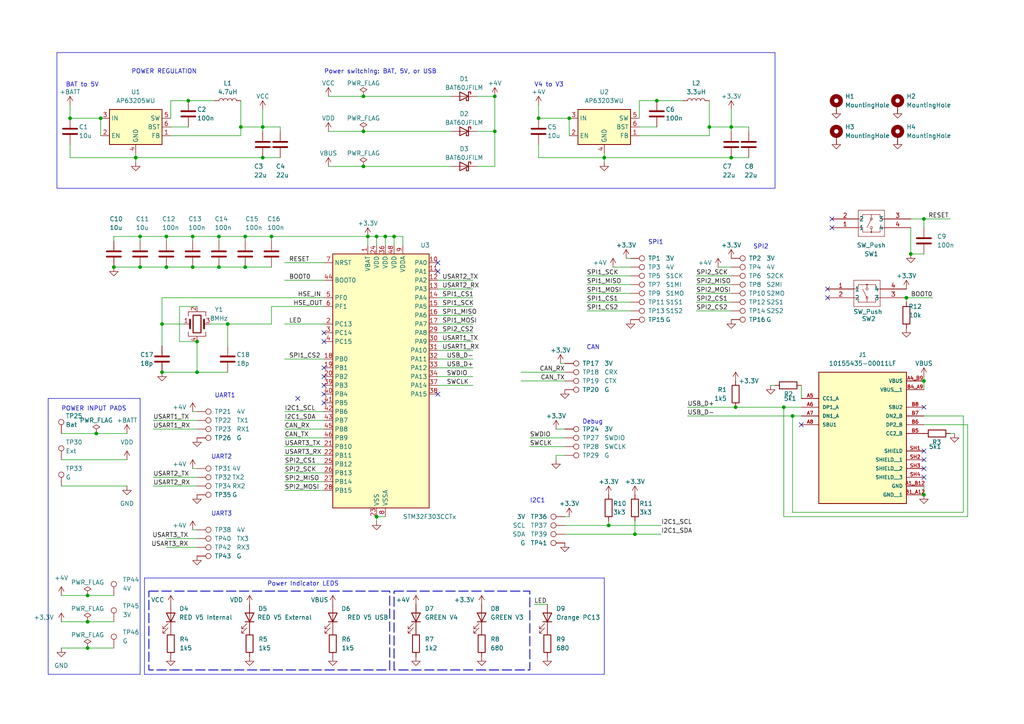
<source format=kicad_sch>
(kicad_sch (version 20231120) (generator "eeschema") (generator_version "8.0")
  (paper "A4")
  (title_block (title "STM32F103 IO controller") (date "2024-02-16") (rev "0.1") (company "Spyglass"))
  (junction (at 109.22 149.86))
  (junction (at 40.64 68.58))
  (junction (at 109.22 68.58))
  (junction (at 33.02 77.47))
  (junction (at 184.15 154.94))
  (junction (at 71.12 77.47))
  (junction (at 46.99 107.95))
  (junction (at 46.99 93.98))
  (junction (at 190.5 29.21))
  (junction (at 267.97 143.51))
  (junction (at 57.15 107.95))
  (junction (at 262.89 86.36))
  (junction (at 212.09 36.83))
  (junction (at 54.61 29.21))
  (junction (at 165.1 34.29))
  (junction (at 227.33 118.11))
  (junction (at 212.09 45.72))
  (junction (at 48.26 77.47))
  (junction (at 76.2 36.83))
  (junction (at 267.97 110.49))
  (junction (at 55.88 68.58))
  (junction (at 29.21 34.29))
  (junction (at 105.41 38.1))
  (junction (at 57.15 99.06))
  (junction (at 39.37 45.72))
  (junction (at 25.4 187.96))
  (junction (at 105.41 48.26))
  (junction (at 48.26 68.58))
  (junction (at 229.87 120.65))
  (junction (at 156.21 34.29))
  (junction (at 175.26 45.72))
  (junction (at 176.53 152.4))
  (junction (at 20.32 34.29))
  (junction (at 106.68 68.58))
  (junction (at 71.12 68.58))
  (junction (at 40.64 77.47))
  (junction (at 25.4 180.34))
  (junction (at 105.41 27.94))
  (junction (at 69.85 36.83))
  (junction (at 55.88 77.47))
  (junction (at 114.3 68.58))
  (junction (at 63.5 77.47))
  (junction (at 63.5 68.58))
  (junction (at 213.36 118.11))
  (junction (at 76.2 45.72))
  (junction (at 143.51 27.94))
  (junction (at 27.94 125.73))
  (junction (at 78.74 68.58))
  (junction (at 205.74 36.83))
  (junction (at 66.04 93.98))
  (junction (at 267.97 63.5))
  (junction (at 143.51 38.1))
  (junction (at 111.76 68.58))
  (junction (at 264.16 73.66))
  (junction (at 25.4 172.72))
  (no_connect (at 93.98 106.68))
  (no_connect (at 232.41 123.19))
  (no_connect (at 267.97 135.89))
  (no_connect (at 241.3 66.04))
  (no_connect (at 127 114.3))
  (no_connect (at 86.36 115.57))
  (no_connect (at 127 76.2))
  (no_connect (at 93.98 114.3))
  (no_connect (at 93.98 96.52))
  (no_connect (at 127 78.74))
  (no_connect (at 241.3 63.5))
  (no_connect (at 240.03 83.82))
  (no_connect (at 93.98 99.06))
  (no_connect (at 267.97 118.11))
  (no_connect (at 93.98 111.76))
  (no_connect (at 93.98 116.84))
  (no_connect (at 240.03 86.36))
  (no_connect (at 267.97 138.43))
  (no_connect (at 267.97 133.35))
  (no_connect (at 267.97 130.81))
  (no_connect (at 93.98 109.22))
  (wire (pts (xy 185.42 34.29) (xy 185.42 29.21)))
  (wire (pts (xy 276.86 125.73) (xy 275.59 125.73)))
  (wire (pts (xy 78.74 93.98) (xy 66.04 93.98)))
  (wire (pts (xy 127 101.6) (xy 137.16 101.6)))
  (wire (pts (xy 227.33 118.11) (xy 227.33 149.86)))
  (wire (pts (xy 212.09 31.75) (xy 212.09 36.83)))
  (wire (pts (xy 279.4 120.65) (xy 267.97 120.65)))
  (wire (pts (xy 78.74 68.58) (xy 106.68 68.58)))
  (wire (pts (xy 232.41 111.76) (xy 232.41 115.57)))
  (wire (pts (xy 106.68 68.58) (xy 106.68 71.12)))
  (wire (pts (xy 78.74 68.58) (xy 78.74 69.85)))
  (wire (pts (xy 227.33 149.86) (xy 280.67 149.86)))
  (wire (pts (xy 260.35 31.75) (xy 260.35 33.02)))
  (wire (pts (xy 264.16 66.04) (xy 264.16 73.66)))
  (wire (pts (xy 55.88 68.58) (xy 63.5 68.58)))
  (wire (pts (xy 260.35 40.64) (xy 260.35 41.91)))
  (wire (pts (xy 48.26 158.75) (xy 57.15 158.75)))
  (wire (pts (xy 78.74 88.9) (xy 93.98 88.9)))
  (wire (pts (xy 52.07 88.9) (xy 52.07 99.06)))
  (wire (pts (xy 105.41 38.1) (xy 130.81 38.1)))
  (wire (pts (xy 201.93 82.55) (xy 212.09 82.55)))
  (polyline (pts (xy 41.91 167.64) (xy 41.91 195.58)))
  (wire (pts (xy 17.78 140.97) (xy 36.83 140.97)))
  (wire (pts (xy 267.97 140.97) (xy 267.97 143.51)))
  (wire (pts (xy 163.83 124.46) (xy 161.29 124.46)))
  (wire (pts (xy 156.21 34.29) (xy 165.1 34.29)))
  (wire (pts (xy 175.26 45.72) (xy 175.26 44.45)))
  (wire (pts (xy 71.12 77.47) (xy 78.74 77.47)))
  (wire (pts (xy 82.55 142.24) (xy 93.98 142.24)))
  (wire (pts (xy 82.55 104.14) (xy 93.98 104.14)))
  (wire (pts (xy 76.2 36.83) (xy 76.2 38.1)))
  (wire (pts (xy 55.88 68.58) (xy 55.88 69.85)))
  (wire (pts (xy 162.56 105.41) (xy 163.83 105.41)))
  (wire (pts (xy 66.04 93.98) (xy 60.96 93.98)))
  (wire (pts (xy 127 99.06) (xy 137.16 99.06)))
  (wire (pts (xy 95.25 27.94) (xy 105.41 27.94)))
  (wire (pts (xy 184.15 151.13) (xy 184.15 154.94)))
  (wire (pts (xy 82.55 127) (xy 93.98 127)))
  (wire (pts (xy 69.85 29.21) (xy 69.85 36.83)))
  (wire (pts (xy 82.55 129.54) (xy 93.98 129.54)))
  (wire (pts (xy 63.5 77.47) (xy 71.12 77.47)))
  (wire (pts (xy 82.55 124.46) (xy 93.98 124.46)))
  (wire (pts (xy 264.16 63.5) (xy 267.97 63.5)))
  (wire (pts (xy 280.67 123.19) (xy 267.97 123.19)))
  (wire (pts (xy 17.78 172.72) (xy 25.4 172.72)))
  (wire (pts (xy 143.51 27.94) (xy 143.51 38.1)))
  (wire (pts (xy 170.18 82.55) (xy 182.88 82.55)))
  (wire (pts (xy 57.15 99.06) (xy 57.15 107.95)))
  (wire (pts (xy 170.18 87.63) (xy 182.88 87.63)))
  (wire (pts (xy 44.45 138.43) (xy 57.15 138.43)))
  (wire (pts (xy 201.93 87.63) (xy 212.09 87.63)))
  (wire (pts (xy 82.55 134.62) (xy 93.98 134.62)))
  (wire (pts (xy 191.77 154.94) (xy 184.15 154.94)))
  (wire (pts (xy 114.3 68.58) (xy 111.76 68.58)))
  (wire (pts (xy 82.55 93.98) (xy 93.98 93.98)))
  (wire (pts (xy 106.68 68.58) (xy 109.22 68.58)))
  (wire (pts (xy 205.74 29.21) (xy 205.74 36.83)))
  (wire (pts (xy 185.42 39.37) (xy 205.74 39.37)))
  (wire (pts (xy 76.2 31.75) (xy 76.2 36.83)))
  (wire (pts (xy 57.15 99.06) (xy 52.07 99.06)))
  (wire (pts (xy 20.32 34.29) (xy 29.21 34.29)))
  (wire (pts (xy 190.5 29.21) (xy 198.12 29.21)))
  (polyline (pts (xy 40.64 115.57) (xy 40.64 195.58)))
  (wire (pts (xy 57.15 107.95) (xy 66.04 107.95)))
  (wire (pts (xy 137.16 86.36) (xy 127 86.36)))
  (wire (pts (xy 201.93 85.09) (xy 212.09 85.09)))
  (wire (pts (xy 127 93.98) (xy 137.16 93.98)))
  (wire (pts (xy 69.85 36.83) (xy 76.2 36.83)))
  (wire (pts (xy 156.21 45.72) (xy 175.26 45.72)))
  (wire (pts (xy 76.2 45.72) (xy 81.28 45.72)))
  (wire (pts (xy 176.53 151.13) (xy 176.53 152.4)))
  (wire (pts (xy 109.22 68.58) (xy 111.76 68.58)))
  (wire (pts (xy 29.21 34.29) (xy 29.21 39.37)))
  (polyline (pts (xy 13.97 115.57) (xy 40.64 115.57)))
  (wire (pts (xy 71.12 68.58) (xy 71.12 69.85)))
  (wire (pts (xy 49.53 36.83) (xy 54.61 36.83)))
  (wire (pts (xy 229.87 148.59) (xy 279.4 148.59)))
  (wire (pts (xy 46.99 93.98) (xy 53.34 93.98)))
  (wire (pts (xy 82.55 76.2) (xy 93.98 76.2)))
  (wire (pts (xy 170.18 80.01) (xy 182.88 80.01)))
  (wire (pts (xy 39.37 45.72) (xy 76.2 45.72)))
  (wire (pts (xy 232.41 120.65) (xy 229.87 120.65)))
  (wire (pts (xy 201.93 80.01) (xy 212.09 80.01)))
  (wire (pts (xy 82.55 137.16) (xy 93.98 137.16)))
  (wire (pts (xy 63.5 68.58) (xy 63.5 69.85)))
  (wire (pts (xy 232.41 118.11) (xy 227.33 118.11)))
  (wire (pts (xy 48.26 77.47) (xy 55.88 77.47)))
  (wire (pts (xy 170.18 90.17) (xy 182.88 90.17)))
  (wire (pts (xy 82.55 121.92) (xy 93.98 121.92)))
  (wire (pts (xy 153.67 129.54) (xy 163.83 129.54)))
  (wire (pts (xy 212.09 36.83) (xy 217.17 36.83)))
  (wire (pts (xy 156.21 30.48) (xy 156.21 34.29)))
  (wire (pts (xy 163.83 110.49) (xy 151.13 110.49)))
  (wire (pts (xy 17.78 133.35) (xy 36.83 133.35)))
  (wire (pts (xy 175.26 45.72) (xy 212.09 45.72)))
  (wire (pts (xy 201.93 90.17) (xy 212.09 90.17)))
  (wire (pts (xy 25.4 187.96) (xy 33.02 187.96)))
  (wire (pts (xy 137.16 109.22) (xy 127 109.22)))
  (wire (pts (xy 40.64 68.58) (xy 48.26 68.58)))
  (wire (pts (xy 267.97 63.5) (xy 267.97 66.04)))
  (wire (pts (xy 95.25 38.1) (xy 105.41 38.1)))
  (wire (pts (xy 208.28 77.47) (xy 212.09 77.47)))
  (wire (pts (xy 242.57 33.02) (xy 242.57 31.75)))
  (wire (pts (xy 55.88 119.38) (xy 57.15 119.38)))
  (wire (pts (xy 25.4 172.72) (xy 33.02 172.72)))
  (wire (pts (xy 262.89 86.36) (xy 270.51 86.36)))
  (wire (pts (xy 48.26 69.85) (xy 48.26 68.58)))
  (polyline (pts (xy 13.97 115.57) (xy 13.97 195.58)))
  (wire (pts (xy 127 88.9) (xy 137.16 88.9)))
  (wire (pts (xy 127 81.28) (xy 137.16 81.28)))
  (wire (pts (xy 82.55 132.08) (xy 93.98 132.08)))
  (wire (pts (xy 212.09 36.83) (xy 212.09 38.1)))
  (wire (pts (xy 153.67 127) (xy 163.83 127)))
  (wire (pts (xy 81.28 36.83) (xy 81.28 38.1)))
  (wire (pts (xy 55.88 153.67) (xy 57.15 153.67)))
  (wire (pts (xy 177.8 77.47) (xy 182.88 77.47)))
  (wire (pts (xy 267.97 109.22) (xy 267.97 110.49)))
  (wire (pts (xy 138.43 48.26) (xy 143.51 48.26)))
  (wire (pts (xy 44.45 121.92) (xy 57.15 121.92)))
  (wire (pts (xy 199.39 118.11) (xy 213.36 118.11)))
  (wire (pts (xy 82.55 119.38) (xy 93.98 119.38)))
  (wire (pts (xy 138.43 27.94) (xy 143.51 27.94)))
  (wire (pts (xy 264.16 73.66) (xy 267.97 73.66)))
  (wire (pts (xy 175.26 45.72) (xy 175.26 46.99)))
  (wire (pts (xy 116.84 68.58) (xy 116.84 71.12)))
  (wire (pts (xy 191.77 152.4) (xy 176.53 152.4)))
  (wire (pts (xy 181.61 74.93) (xy 182.88 74.93)))
  (wire (pts (xy 109.22 149.86) (xy 109.22 151.13)))
  (wire (pts (xy 33.02 68.58) (xy 33.02 69.85)))
  (wire (pts (xy 33.02 68.58) (xy 40.64 68.58)))
  (wire (pts (xy 49.53 29.21) (xy 54.61 29.21)))
  (wire (pts (xy 127 83.82) (xy 137.16 83.82)))
  (wire (pts (xy 127 106.68) (xy 137.16 106.68)))
  (wire (pts (xy 46.99 86.36) (xy 46.99 93.98)))
  (wire (pts (xy 170.18 85.09) (xy 182.88 85.09)))
  (wire (pts (xy 109.22 149.86) (xy 111.76 149.86)))
  (wire (pts (xy 213.36 118.11) (xy 227.33 118.11)))
  (polyline (pts (xy 40.64 195.58) (xy 13.97 195.58)))
  (wire (pts (xy 25.4 180.34) (xy 33.02 180.34)))
  (wire (pts (xy 163.83 107.95) (xy 151.13 107.95)))
  (wire (pts (xy 138.43 38.1) (xy 143.51 38.1)))
  (wire (pts (xy 17.78 125.73) (xy 27.94 125.73)))
  (wire (pts (xy 20.32 45.72) (xy 39.37 45.72)))
  (wire (pts (xy 57.15 88.9) (xy 52.07 88.9)))
  (wire (pts (xy 212.09 45.72) (xy 217.17 45.72)))
  (polyline (pts (xy 175.26 167.64) (xy 41.91 167.64)))
  (wire (pts (xy 279.4 120.65) (xy 279.4 148.59)))
  (wire (pts (xy 44.45 124.46) (xy 57.15 124.46)))
  (wire (pts (xy 33.02 77.47) (xy 40.64 77.47)))
  (wire (pts (xy 39.37 45.72) (xy 39.37 46.99)))
  (wire (pts (xy 48.26 68.58) (xy 55.88 68.58)))
  (wire (pts (xy 76.2 36.83) (xy 81.28 36.83)))
  (wire (pts (xy 267.97 63.5) (xy 275.59 63.5)))
  (wire (pts (xy 63.5 68.58) (xy 71.12 68.58)))
  (wire (pts (xy 71.12 68.58) (xy 78.74 68.58)))
  (wire (pts (xy 127 96.52) (xy 137.16 96.52)))
  (wire (pts (xy 46.99 107.95) (xy 57.15 107.95)))
  (wire (pts (xy 143.51 38.1) (xy 143.51 48.26)))
  (wire (pts (xy 205.74 39.37) (xy 205.74 36.83)))
  (wire (pts (xy 69.85 39.37) (xy 69.85 36.83)))
  (wire (pts (xy 156.21 41.91) (xy 156.21 45.72)))
  (wire (pts (xy 262.89 86.36) (xy 262.89 87.63)))
  (wire (pts (xy 44.45 140.97) (xy 57.15 140.97)))
  (wire (pts (xy 95.25 48.26) (xy 105.41 48.26)))
  (wire (pts (xy 165.1 34.29) (xy 165.1 39.37)))
  (wire (pts (xy 114.3 68.58) (xy 114.3 71.12)))
  (wire (pts (xy 48.26 156.21) (xy 57.15 156.21)))
  (wire (pts (xy 82.55 139.7) (xy 93.98 139.7)))
  (wire (pts (xy 55.88 77.47) (xy 63.5 77.47)))
  (wire (pts (xy 17.78 180.34) (xy 25.4 180.34)))
  (wire (pts (xy 49.53 34.29) (xy 49.53 29.21)))
  (wire (pts (xy 217.17 36.83) (xy 217.17 38.1)))
  (wire (pts (xy 17.78 187.96) (xy 25.4 187.96)))
  (polyline (pts (xy 175.26 195.58) (xy 175.26 167.64)))
  (wire (pts (xy 267.97 110.49) (xy 267.97 113.03)))
  (wire (pts (xy 46.99 86.36) (xy 93.98 86.36)))
  (wire (pts (xy 55.88 135.89) (xy 57.15 135.89)))
  (wire (pts (xy 66.04 93.98) (xy 66.04 100.33)))
  (wire (pts (xy 185.42 29.21) (xy 190.5 29.21)))
  (wire (pts (xy 199.39 120.65) (xy 229.87 120.65)))
  (wire (pts (xy 39.37 45.72) (xy 39.37 44.45)))
  (wire (pts (xy 105.41 27.94) (xy 130.81 27.94)))
  (wire (pts (xy 280.67 123.19) (xy 280.67 149.86)))
  (wire (pts (xy 109.22 68.58) (xy 109.22 71.12)))
  (wire (pts (xy 223.52 111.76) (xy 224.79 111.76)))
  (wire (pts (xy 165.1 149.86) (xy 163.83 149.86)))
  (wire (pts (xy 161.29 132.08) (xy 163.83 132.08)))
  (wire (pts (xy 185.42 36.83) (xy 190.5 36.83)))
  (wire (pts (xy 111.76 68.58) (xy 111.76 71.12)))
  (wire (pts (xy 161.29 133.35) (xy 161.29 132.08)))
  (wire (pts (xy 127 104.14) (xy 137.16 104.14)))
  (wire (pts (xy 49.53 39.37) (xy 69.85 39.37)))
  (wire (pts (xy 20.32 30.48) (xy 20.32 34.29)))
  (wire (pts (xy 229.87 120.65) (xy 229.87 148.59)))
  (wire (pts (xy 27.94 125.73) (xy 36.83 125.73)))
  (wire (pts (xy 242.57 40.64) (xy 242.57 41.91)))
  (wire (pts (xy 137.16 111.76) (xy 127 111.76)))
  (wire (pts (xy 163.83 154.94) (xy 184.15 154.94)))
  (wire (pts (xy 54.61 29.21) (xy 62.23 29.21)))
  (wire (pts (xy 40.64 77.47) (xy 48.26 77.47)))
  (wire (pts (xy 205.74 36.83) (xy 212.09 36.83)))
  (polyline (pts (xy 41.91 195.58) (xy 175.26 195.58)))
  (wire (pts (xy 105.41 48.26) (xy 130.81 48.26)))
  (wire (pts (xy 127 91.44) (xy 137.16 91.44)))
  (wire (pts (xy 82.55 81.28) (xy 93.98 81.28)))
  (wire (pts (xy 46.99 93.98) (xy 46.99 100.33)))
  (wire (pts (xy 78.74 88.9) (xy 78.74 93.98)))
  (wire (pts (xy 176.53 152.4) (xy 163.83 152.4)))
  (wire (pts (xy 40.64 69.85) (xy 40.64 68.58)))
  (wire (pts (xy 20.32 41.91) (xy 20.32 45.72)))
  (wire (pts (xy 154.94 175.26) (xy 158.75 175.26)))
  (wire (pts (xy 114.3 68.58) (xy 116.84 68.58)))
  (rectangle (start 43.18 171.45) (end 113.03 194.31) (stroke (width 0.25) (type dash)))
  (rectangle (start 16.51 15.24) (end 224.79 54.61))
  (rectangle (start 114.3 171.45) (end 153.67 194.31) (stroke (width 0.25) (type dash)))
  (rectangle (start 101.6 224.79) (end 101.6 224.79) (stroke (width 0) (color 0 0 255 1)))
  (rectangle (start 101.6 224.79) (end 101.6 224.79) (stroke (width 0) (type dot) (color 0 0 255 1)))
  (rectangle (start 88.9 218.44) (end 88.9 218.44))
  (text "BAT to 5V" (at 19.05 25.4 0) (effects (font (size 1.27 1.27)) (justify left bottom)))
  (text "CAN" (at 173.99 101.6 0) (effects (font (size 1.27 1.27)) (justify right bottom)))
  (text "UART2\n" (at 67.31 133.35 0) (effects (font (size 1.27 1.27)) (justify right bottom)))
  (text "Power Indicator LEDS" (at 77.47 170.18 0) (effects (font (size 1.27 1.27)) (justify left bottom)))
  (text "SPI2\n" (at 218.44 72.39 0) (effects (font (size 1.27 1.27)) (justify left bottom)))
  (text "UART3\n" (at 67.31 149.86 0) (effects (font (size 1.27 1.27)) (justify right bottom)))
  (text "POWER INPUT PADS" (at 17.78 119.38 0) (effects (font (size 1.27 1.27)) (justify left bottom)))
  (text "POWER REGULATION" (at 38.1 21.59 0) (effects (font (size 1.27 1.27)) (justify left bottom)))
  (text "UART1" (at 62.23 115.57 0) (effects (font (size 1.27 1.27)) (justify left bottom)))
  (text "I2C1\n" (at 153.67 146.05 0) (effects (font (size 1.27 1.27)) (justify left bottom)))
  (text "Debug\n" (at 168.91 123.19 0) (effects (font (size 1.27 1.27)) (justify left bottom)))
  (text "V4 to V3" (at 154.94 25.4 0) (effects (font (size 1.27 1.27)) (justify left bottom)))
  (text "Power switching: BAT, 5V, or USB" (at 93.98 21.59 0) (effects (font (size 1.27 1.27)) (justify left bottom)))
  (text "SPI1" (at 187.96 71.12 0) (effects (font (size 1.27 1.27)) (justify left bottom)))
  (label "SPI1_CS1" (at 128.27 86.36 0))
  (label "HSE_OUT" (at 85.09 88.9 0))
  (label "SPI2_MOSI" (at 82.55 142.24 0))
  (label "USART1_TX" (at 128.27 99.06 0))
  (label "USART3_TX" (at 82.55 129.54 0))
  (label "SPI1_SCK" (at 170.18 80.01 0))
  (label "SPI2_SCK" (at 201.93 80.01 0))
  (label "SPI1_MISO" (at 170.18 82.55 0))
  (label "I2C1_SCL" (at 82.55 119.38 0))
  (label "SPI2_MOSI" (at 201.93 85.09 0))
  (label "USART2_RX" (at 128.27 83.82 0))
  (label "USART2_TX" (at 44.45 138.43 0))
  (label "USART1_TX" (at 44.45 121.92 0))
  (label "SWDIO" (at 153.67 127 0))
  (label "CAN_RX" (at 82.55 124.46 0))
  (label "USB_D+" (at 199.39 118.11 0))
  (label "USART3_RX" (at 82.55 132.08 0))
  (label "SWDIO" (at 129.54 109.22 0))
  (label "CAN_RX" (at 163.83 107.95 180))
  (label "USART3_RX" (at 54.61 158.75 180))
  (label "USB_D+" (at 129.54 106.68 0))
  (label "CAN_TX" (at 82.55 127 0))
  (label "USART2_TX" (at 128.27 81.28 0))
  (label "SPI1_CS2" (at 170.18 90.17 0))
  (label "I2C1_SDA" (at 191.77 154.94 0))
  (label "SPI2_CS1" (at 201.93 87.63 0))
  (label "SPI1_SCK" (at 128.27 88.9 0))
  (label "SPI1_MISO" (at 128.27 91.44 0))
  (label "LED" (at 83.82 93.98 0))
  (label "USART2_RX" (at 44.45 140.97 0))
  (label "SPI2_MISO" (at 201.93 82.55 0))
  (label "USB_D-" (at 199.39 120.65 0))
  (label "BOOT0" (at 264.16 86.36 0))
  (label "SPI2_SCK" (at 82.55 137.16 0))
  (label "RESET" (at 83.82 76.2 0))
  (label "I2C1_SDA" (at 82.55 121.92 0))
  (label "CAN_TX" (at 163.83 110.49 180))
  (label "USART3_TX" (at 54.61 156.21 180))
  (label "SWCLK" (at 129.54 111.76 0))
  (label "HSE_IN" (at 86.36 86.36 0))
  (label "SPI2_MISO" (at 82.55 139.7 0))
  (label "SWCLK" (at 153.67 129.54 0))
  (label "USART1_RX" (at 128.27 101.6 0))
  (label "BOOT0" (at 83.82 81.28 0))
  (label "I2C1_SCL" (at 191.77 152.4 0))
  (label "SPI2_CS1" (at 82.55 134.62 0))
  (label "USB_D-" (at 129.54 104.14 0))
  (label "LED" (at 154.94 175.26 0))
  (label "SPI2_CS2" (at 128.27 96.52 0))
  (label "SPI2_CS2" (at 201.93 90.17 0))
  (label "SPI1_MOSI" (at 128.27 93.98 0))
  (label "SPI1_CS2" (at 83.82 104.14 0))
  (label "RESET" (at 269.24 63.5 0))
  (label "USART1_RX" (at 44.45 124.46 0))
  (label "SPI1_CS1" (at 170.18 87.63 0))
  (label "SPI1_MOSI" (at 170.18 85.09 0))
  (symbol (lib_id "Mechanical:MountingHole_Pad") (at 260.35 39.37 0) (unit 1)
    (property "Reference" "H4" (at 262.89 36.83 0) (effects (justify left)))
    (property "Value" "MountingHole" (at 262.89 39.37 0) (effects (justify left)))
    (property "Footprint" "project:MountingHole_4.3mm_M4_Pad_Via_Custom" (effects (hide yes)))
  )
  (symbol (lib_id "Connector:TestPoint") (at 212.09 80.01 270) (unit 1)
    (property "Reference" "TP6" (at 217.17 80.01 90) (effects (justify left)))
    (property "Value" "S2CK" (at 222.25 80.01 90) (effects (justify left)))
    (property "Footprint" "TestPoint:TestPoint_Pad_1.5x1.5mm" (effects (hide yes)))
  )
  (symbol (lib_name "GND_1") (lib_id "power:GND") (at 109.22 151.13 0) (unit 1)
    (property "Reference" "#PWR046" (effects (hide yes)))
    (property "Value" "GND" (effects (hide yes)))
  )
  (symbol (lib_id "Diode:BAT60A") (at 134.62 38.1 0) (mirror y) (unit 1)
    (property "Reference" "D2" (at 134.62 33.02 0))
    (property "Value" "BAT60JFILM" (at 134.62 35.56 0))
    (property "Footprint" "Diode_SMD:D_SOD-323" (effects (hide yes)))
    (property "Datasheet" "https://www.infineon.com/dgdl/Infineon-BAT60ASERIES-DS-v01_01-en.pdf?fileId=db3a304313d846880113def70c9304a9" (effects (hide yes)))
    (property "Part Number" "BAT60JFILM" (effects (hide yes)))
    (property "Voltage" "10" (effects (hide yes)))
    (property "Current" "3" (effects (hide yes)))
    (property "MANUFACTURER" "STM" (effects (hide yes)))
  )
  (symbol (lib_id "power:PWR_FLAG") (at 25.4 180.34 0) (unit 1)
    (property "Reference" "#FLG06" (effects (hide yes)))
    (property "Value" "PWR_FLAG" (at 25.4 176.53 0))
  )
  (symbol (lib_id "Connector:TestPoint") (at 182.88 85.09 270) (unit 1)
    (property "Reference" "TP9" (at 187.96 85.09 90) (effects (justify left)))
    (property "Value" "S1MO" (at 193.04 85.09 90) (effects (justify left)))
    (property "Footprint" "TestPoint:TestPoint_Pad_1.5x1.5mm" (effects (hide yes)))
  )
  (symbol (lib_id "Connector:TestPoint") (at 182.88 92.71 270) (unit 1)
    (property "Reference" "TP15" (at 187.96 92.71 90) (effects (justify left)))
    (property "Value" "G" (at 193.04 92.71 90) (effects (justify left)))
    (property "Footprint" "TestPoint:TestPoint_Pad_1.5x1.5mm" (effects (hide yes)))
  )
  (symbol (lib_name "GND_1") (lib_id "power:GND") (at 33.02 77.47 0) (unit 1)
    (property "Reference" "#PWR019" (effects (hide yes)))
    (property "Value" "GND" (effects (hide yes)))
  )
  (symbol (lib_id "power:VCC") (at 49.53 175.26 0) (unit 1)
    (property "Reference" "#PWR051" (effects (hide yes)))
    (property "Value" "VCC" (at 45.72 173.99 0))
  )
  (symbol (lib_id "Project_Library:10155435-00011LF") (at 250.19 120.65 0) (unit 1)
    (property "Reference" "J1" (at 250.19 102.87 0))
    (property "Value" "10155435-00011LF" (at 250.19 105.41 0))
    (property "Footprint" "project:AMPHENOL_10155435-00011LF" (effects (hide yes)))
    (property "PARTREV" "C" (effects (hide yes)))
    (property "STANDARD" "Manufacturer Recommendations" (effects (hide yes)))
    (property "MAXIMUM_PACKAGE_HEIGHT" "3.37 mm" (effects (hide yes)))
    (property "MANUFACTURER" "Amphenol" (effects (hide yes)))
    (property "Part Number" "10155435-00011LF" (effects (hide yes)))
  )
  (symbol (lib_id "Device:LED") (at 120.65 179.07 270) (mirror x) (unit 1)
    (property "Reference" "D7" (at 123.19 176.53 90) (effects (justify left)))
    (property "Value" "GREEN V4" (at 123.19 179.07 90) (effects (justify left)))
    (property "Footprint" "LED_SMD:LED_0603_1608Metric" (effects (hide yes)))
    (property "Part Number" "LTST-C191GKT" (effects (hide yes)))
    (property "MANUFACTURER" "Lite-On" (effects (hide yes)))
  )
  (symbol (lib_id "power:+4V") (at 55.88 119.38 0) (unit 1)
    (property "Reference" "#PWR032" (effects (hide yes)))
    (property "Value" "+4V" (at 52.07 118.11 0))
  )
  (symbol (lib_id "Connector:TestPoint") (at 17.78 133.35 0) (unit 1)
    (property "Reference" "TP30" (at 19.05 128.27 0) (effects (justify left)))
    (property "Value" "Ext" (at 19.05 130.81 0) (effects (justify left)))
    (property "Footprint" "TestPoint:TestPoint_Pad_2.0x2.0mm" (effects (hide yes)))
  )
  (symbol (lib_id "Device:C") (at 156.21 38.1 0) (unit 1)
    (property "Reference" "C5" (at 158.75 36.83 0) (effects (justify left)))
    (property "Value" "10u" (at 158.75 39.37 0) (effects (justify left)))
    (property "Footprint" "Capacitor_SMD:C_0805_2012Metric" (effects (hide yes)))
    (property "Part Number" "GRM21BR61H106ME43L" (effects (hide yes)))
    (property "Voltage" "50" (effects (hide yes)))
    (property "MANUFACTURER" "Murata" (effects (hide yes)))
  )
  (symbol (lib_id "Connector:TestPoint") (at 57.15 138.43 270) (unit 1)
    (property "Reference" "TP32" (at 62.23 138.43 90) (effects (justify left)))
    (property "Value" "TX2" (at 67.31 138.43 90) (effects (justify left)))
    (property "Footprint" "TestPoint:TestPoint_Pad_1.5x1.5mm" (effects (hide yes)))
  )
  (symbol (lib_name "GND_1") (lib_id "power:GND") (at 264.16 73.66 0) (unit 1)
    (property "Reference" "#PWR016" (effects (hide yes)))
    (property "Value" "GND" (effects (hide yes)))
  )
  (symbol (lib_name "GND_1") (lib_id "power:GND") (at 120.65 190.5 0) (unit 1)
    (property "Reference" "#PWR061" (effects (hide yes)))
    (property "Value" "GND" (effects (hide yes)))
  )
  (symbol (lib_name "GND_1") (lib_id "power:GND") (at 223.52 111.76 0) (mirror y) (unit 1)
    (property "Reference" "#PWR030" (effects (hide yes)))
    (property "Value" "GND" (effects (hide yes)))
  )
  (symbol (lib_id "Connector:TestPoint") (at 212.09 82.55 270) (unit 1)
    (property "Reference" "TP8" (at 217.17 82.55 90) (effects (justify left)))
    (property "Value" "S2MI" (at 222.25 82.55 90) (effects (justify left)))
    (property "Footprint" "TestPoint:TestPoint_Pad_1.5x1.5mm" (effects (hide yes)))
  )
  (symbol (lib_id "power:+4V") (at 17.78 172.72 0) (unit 1)
    (property "Reference" "#PWR050" (effects (hide yes)))
    (property "Value" "+4V" (at 17.78 167.64 0))
  )
  (symbol (lib_name "GND_3") (lib_id "power:GND") (at 17.78 187.96 0) (unit 1)
    (property "Reference" "#PWR057" (effects (hide yes)))
    (property "Value" "GND" (at 17.78 193.04 0))
  )
  (symbol (lib_id "Connector:TestPoint") (at 163.83 105.41 270) (unit 1)
    (property "Reference" "TP17" (at 168.91 105.41 90) (effects (justify left)))
    (property "Value" "3V" (at 175.26 105.41 90) (effects (justify left)))
    (property "Footprint" "TestPoint:TestPoint_Pad_1.5x1.5mm" (effects (hide yes)))
  )
  (symbol (lib_id "power:+3.3V") (at 262.89 83.82 0) (unit 1)
    (property "Reference" "#PWR022" (effects (hide yes)))
    (property "Value" "+3.3V" (at 262.89 80.01 0))
  )
  (symbol (lib_name "GND_1") (lib_id "power:GND") (at 262.89 95.25 0) (unit 1)
    (property "Reference" "#PWR025" (effects (hide yes)))
    (property "Value" "GND" (effects (hide yes)))
  )
  (symbol (lib_id "Connector:TestPoint") (at 163.83 107.95 270) (unit 1)
    (property "Reference" "TP18" (at 168.91 107.95 90) (effects (justify left)))
    (property "Value" "CRX" (at 175.26 107.95 90) (effects (justify left)))
    (property "Footprint" "TestPoint:TestPoint_Pad_1.5x1.5mm" (effects (hide yes)))
  )
  (symbol (lib_id "Regulator_Switching:AP63205WU") (at 39.37 36.83 0) (unit 1)
    (property "Reference" "U1" (at 39.37 26.67 0))
    (property "Value" "AP63205WU" (at 39.37 29.21 0))
    (property "Footprint" "Package_TO_SOT_SMD:TSOT-23-6" (effects (hide yes)))
    (property "Datasheet" "https://www.diodes.com/assets/Datasheets/AP63200-AP63201-AP63203-AP63205.pdf" (effects (hide yes)))
    (property "Part Number" "AP63205WU-7" (effects (hide yes)))
    (property "Voltage" "3" (effects (hide yes)))
    (property "Current" "2" (effects (hide yes)))
    (property "MANUFACTURER" "Diodes" (effects (hide yes)))
  )
  (symbol (lib_id "power:+3.3V") (at 212.09 74.93 0) (unit 1)
    (property "Reference" "#PWR018" (effects (hide yes)))
    (property "Value" "+3.3V" (at 212.09 71.12 0))
  )
  (symbol (lib_id "Device:R") (at 120.65 186.69 0) (unit 1)
    (property "Reference" "R7" (at 123.19 185.42 0) (effects (justify left)))
    (property "Value" "1k2" (at 123.19 187.96 0) (effects (justify left)))
    (property "Footprint" "Resistor_SMD:R_0402_1005Metric" (effects (hide yes)))
    (property "Part Number" "RC0402FR-071K2L" (effects (hide yes)))
    (property "MANUFACTURER" "YAGEO" (effects (hide yes)))
  )
  (symbol (lib_id "Device:C") (at 63.5 73.66 0) (unit 1)
    (property "Reference" "C14" (at 62.23 63.5 0) (effects (justify left)))
    (property "Value" "100n" (at 62.23 66.04 0) (effects (justify left)))
    (property "Footprint" "Capacitor_SMD:C_0402_1005Metric" (effects (hide yes)))
    (property "Part Number" "GRM155R61C104KA88D" (effects (hide yes)))
    (property "Voltage" "16" (effects (hide yes)))
    (property "MANUFACTURER" "Murata" (effects (hide yes)))
  )
  (symbol (lib_id "Device:LED") (at 158.75 179.07 270) (mirror x) (unit 1)
    (property "Reference" "D9" (at 161.29 176.53 90) (effects (justify left)))
    (property "Value" "Orange PC13" (at 161.29 179.07 90) (effects (justify left)))
    (property "Footprint" "LED_SMD:LED_0603_1608Metric" (effects (hide yes)))
    (property "Part Number" "LTST-C191KFKT" (effects (hide yes)))
    (property "MANUFACTURER" "Lite-On" (effects (hide yes)))
  )
  (symbol (lib_id "Connector:TestPoint") (at 33.02 180.34 0) (unit 1)
    (property "Reference" "TP45" (at 35.56 175.768 0) (effects (justify left)))
    (property "Value" "3V" (at 35.56 178.308 0) (effects (justify left)))
    (property "Footprint" "TestPoint:TestPoint_Pad_1.5x1.5mm" (effects (hide yes)))
  )
  (symbol (lib_id "Device:C") (at 212.09 41.91 0) (unit 1)
    (property "Reference" "C8" (at 215.9 48.26 0) (effects (justify left)))
    (property "Value" "22u" (at 215.9 50.8 0) (effects (justify left)))
    (property "Footprint" "Capacitor_SMD:C_0805_2012Metric" (effects (hide yes)))
    (property "Part Number" "CC0805MKX5R8BB226" (effects (hide yes)))
    (property "Voltage" "25" (effects (hide yes)))
    (property "MANUFACTURER" "YAGEO" (effects (hide yes)))
  )
  (symbol (lib_id "power:+4V") (at 177.8 77.47 0) (unit 1)
    (property "Reference" "#PWR020" (effects (hide yes)))
    (property "Value" "+4V" (at 173.99 76.2 0))
  )
  (symbol (lib_id "Connector:TestPoint") (at 182.88 74.93 270) (unit 1)
    (property "Reference" "TP1" (at 187.96 74.93 90) (effects (justify left)))
    (property "Value" "3V" (at 193.04 74.93 90) (effects (justify left)))
    (property "Footprint" "TestPoint:TestPoint_Pad_1.5x1.5mm" (effects (hide yes)))
  )
  (symbol (lib_id "Connector:TestPoint") (at 182.88 87.63 270) (unit 1)
    (property "Reference" "TP11" (at 187.96 87.63 90) (effects (justify left)))
    (property "Value" "S1S1" (at 193.04 87.63 90) (effects (justify left)))
    (property "Footprint" "TestPoint:TestPoint_Pad_1.5x1.5mm" (effects (hide yes)))
  )
  (symbol (lib_id "Connector:TestPoint") (at 57.15 124.46 270) (unit 1)
    (property "Reference" "TP23" (at 62.23 124.46 90) (effects (justify left)))
    (property "Value" "RX1" (at 68.58 124.46 90) (effects (justify left)))
    (property "Footprint" "TestPoint:TestPoint_Pad_1.5x1.5mm" (effects (hide yes)))
  )
  (symbol (lib_id "Connector:TestPoint") (at 212.09 90.17 270) (unit 1)
    (property "Reference" "TP14" (at 217.17 90.17 90) (effects (justify left)))
    (property "Value" "S2S2" (at 222.25 90.17 90) (effects (justify left)))
    (property "Footprint" "TestPoint:TestPoint_Pad_1.5x1.5mm" (effects (hide yes)))
  )
  (symbol (lib_name "GND_1") (lib_id "power:GND") (at 72.39 190.5 0) (unit 1)
    (property "Reference" "#PWR059" (effects (hide yes)))
    (property "Value" "GND" (effects (hide yes)))
  )
  (symbol (lib_id "Device:C") (at 267.97 69.85 0) (unit 1)
    (property "Reference" "C9" (at 271.78 68.58 0) (effects (justify left)))
    (property "Value" "100n" (at 271.78 71.12 0) (effects (justify left)))
    (property "Footprint" "Capacitor_SMD:C_0402_1005Metric" (effects (hide yes)))
    (property "Part Number" "GRM155R61C104KA88D" (effects (hide yes)))
    (property "Voltage" "16" (effects (hide yes)))
    (property "MANUFACTURER" "Murata" (effects (hide yes)))
  )
  (symbol (lib_id "Connector:TestPoint") (at 163.83 129.54 270) (unit 1)
    (property "Reference" "TP28" (at 168.91 129.54 90) (effects (justify left)))
    (property "Value" "SWCLK" (at 175.26 129.54 90) (effects (justify left)))
    (property "Footprint" "TestPoint:TestPoint_Pad_1.5x1.5mm" (effects (hide yes)))
  )
  (symbol (lib_id "Diode:BAT60A") (at 134.62 27.94 0) (mirror y) (unit 1)
    (property "Reference" "D1" (at 134.62 22.86 0))
    (property "Value" "BAT60JFILM" (at 134.62 25.4 0))
    (property "Footprint" "Diode_SMD:D_SOD-323" (effects (hide yes)))
    (property "Datasheet" "https://www.infineon.com/dgdl/Infineon-BAT60ASERIES-DS-v01_01-en.pdf?fileId=db3a304313d846880113def70c9304a9" (effects (hide yes)))
    (property "Part Number" "BAT60JFILM" (effects (hide yes)))
    (property "Voltage" "10" (effects (hide yes)))
    (property "Current" "3" (effects (hide yes)))
    (property "MANUFACTURER" "STM" (effects (hide yes)))
  )
  (symbol (lib_id "Mechanical:MountingHole_Pad") (at 242.57 30.48 0) (unit 1)
    (property "Reference" "H1" (at 245.11 27.94 0) (effects (justify left)))
    (property "Value" "MountingHole" (at 245.11 30.48 0) (effects (justify left)))
    (property "Footprint" "project:MountingHole_4.3mm_M4_Pad_Via_Custom" (effects (hide yes)))
  )
  (symbol (lib_id "Project_Library:EVP-AA602W") (at 241.3 66.04 0) (mirror x) (unit 1)
    (property "Reference" "SW1" (at 252.73 73.66 0))
    (property "Value" "SW_Push" (at 252.73 71.12 0))
    (property "Footprint" "project:EVPAA602" (effects (hide yes)))
    (property "Datasheet" "EVP-AA602W" (effects (hide yes)))
    (property "Part Number" "EVP-AA602W" (effects (hide yes)))
    (property "MANUFACTURER" "Panasonic" (effects (hide yes)))
  )
  (symbol (lib_id "power:+3.3V") (at 181.61 74.93 0) (unit 1)
    (property "Reference" "#PWR017" (effects (hide yes)))
    (property "Value" "+3.3V" (at 181.61 71.12 0))
  )
  (symbol (lib_name "GND_1") (lib_id "power:GND") (at 163.83 113.03 0) (mirror y) (unit 1)
    (property "Reference" "#PWR031" (effects (hide yes)))
    (property "Value" "GND" (effects (hide yes)))
  )
  (symbol (lib_id "Device:LED") (at 72.39 179.07 270) (mirror x) (unit 1)
    (property "Reference" "D5" (at 76.2 176.53 90))
    (property "Value" "RED V5 External" (at 82.55 179.07 90))
    (property "Footprint" "LED_SMD:LED_0603_1608Metric" (effects (hide yes)))
    (property "Part Number" "LTST-C191KRKT" (effects (hide yes)))
    (property "MANUFACTURER" "Lite-On" (effects (hide yes)))
  )
  (symbol (lib_id "power:+4V") (at 55.88 135.89 0) (unit 1)
    (property "Reference" "#PWR039" (effects (hide yes)))
    (property "Value" "+4V" (at 52.07 134.62 0))
  )
  (symbol (lib_name "GND_1") (lib_id "power:GND") (at 267.97 143.51 0) (unit 1)
    (property "Reference" "#PWR044" (effects (hide yes)))
    (property "Value" "GND" (effects (hide yes)))
  )
  (symbol (lib_id "Regulator_Switching:AP63205WU") (at 175.26 36.83 0) (unit 1)
    (property "Reference" "U2" (at 175.26 26.67 0))
    (property "Value" "AP63203WU" (at 175.26 29.21 0))
    (property "Footprint" "Package_TO_SOT_SMD:TSOT-23-6" (effects (hide yes)))
    (property "Datasheet" "https://www.diodes.com/assets/Datasheets/AP63200-AP63201-AP63203-AP63205.pdf" (effects (hide yes)))
    (property "Part Number" "AP63203WU-7" (effects (hide yes)))
    (property "Voltage" "5" (effects (hide yes)))
    (property "Current" "2" (effects (hide yes)))
    (property "MANUFACTURER" "Diodes" (effects (hide yes)))
  )
  (symbol (lib_id "power:VCC") (at 95.25 27.94 0) (unit 1)
    (property "Reference" "#PWR01" (effects (hide yes)))
    (property "Value" "VCC" (at 95.25 24.13 0))
  )
  (symbol (lib_id "power:PWR_FLAG") (at 105.41 48.26 0) (unit 1)
    (property "Reference" "#FLG03" (effects (hide yes)))
    (property "Value" "PWR_FLAG" (at 105.41 44.45 0))
  )
  (symbol (lib_id "power:+BATT") (at 20.32 30.48 0) (unit 1)
    (property "Reference" "#PWR03" (effects (hide yes)))
    (property "Value" "+BATT" (at 20.32 26.67 0))
  )
  (symbol (lib_id "power:+4V") (at 120.65 175.26 0) (unit 1)
    (property "Reference" "#PWR054" (effects (hide yes)))
    (property "Value" "+4V" (at 116.84 173.99 0))
  )
  (symbol (lib_id "power:+3.3V") (at 184.15 143.51 0) (unit 1)
    (property "Reference" "#PWR043" (effects (hide yes)))
    (property "Value" "+3.3V" (at 184.15 139.7 0))
  )
  (symbol (lib_id "Connector:TestPoint") (at 182.88 80.01 270) (unit 1)
    (property "Reference" "TP5" (at 187.96 80.01 90) (effects (justify left)))
    (property "Value" "S1CK" (at 193.04 80.01 90) (effects (justify left)))
    (property "Footprint" "TestPoint:TestPoint_Pad_1.5x1.5mm" (effects (hide yes)))
  )
  (symbol (lib_id "power:PWR_FLAG") (at 25.4 172.72 0) (unit 1)
    (property "Reference" "#FLG05" (effects (hide yes)))
    (property "Value" "PWR_FLAG" (at 25.4 168.91 0))
  )
  (symbol (lib_name "GND_1") (lib_id "power:GND") (at 182.88 92.71 0) (unit 1)
    (property "Reference" "#PWR023" (effects (hide yes)))
    (property "Value" "GND" (effects (hide yes)))
  )
  (symbol (lib_id "Device:R") (at 96.52 186.69 0) (unit 1)
    (property "Reference" "R6" (at 99.06 185.42 0) (effects (justify left)))
    (property "Value" "1k5" (at 99.06 187.96 0) (effects (justify left)))
    (property "Footprint" "Resistor_SMD:R_0402_1005Metric" (effects (hide yes)))
    (property "Part Number" "RC0402FR-071K5L" (effects (hide yes)))
    (property "MANUFACTURER" "YAGEO" (effects (hide yes)))
  )
  (symbol (lib_id "Device:R") (at 262.89 91.44 180) (unit 1)
    (property "Reference" "R12" (at 265.43 88.9 0))
    (property "Value" "10k" (at 265.43 91.44 0))
    (property "Footprint" "Resistor_SMD:R_0402_1005Metric" (effects (hide yes)))
    (property "Part Number" "RC0402FR-0710KL" (effects (hide yes)))
    (property "MANUFACTURER" "YAGEO" (effects (hide yes)))
  )
  (symbol (lib_id "Device:C") (at 76.2 41.91 0) (unit 1)
    (property "Reference" "C4" (at 80.01 48.26 0) (effects (justify left)))
    (property "Value" "22u" (at 80.01 50.8 0) (effects (justify left)))
    (property "Footprint" "Capacitor_SMD:C_0805_2012Metric" (effects (hide yes)))
    (property "Part Number" "CC0805MKX5R8BB226" (effects (hide yes)))
    (property "Voltage" "25" (effects (hide yes)))
    (property "MANUFACTURER" "YAGEO" (effects (hide yes)))
  )
  (symbol (lib_id "Connector:TestPoint") (at 57.15 135.89 270) (unit 1)
    (property "Reference" "TP31" (at 62.23 135.89 90) (effects (justify left)))
    (property "Value" "4V" (at 67.31 135.89 90) (effects (justify left)))
    (property "Footprint" "TestPoint:TestPoint_Pad_1.5x1.5mm" (effects (hide yes)))
  )
  (symbol (lib_id "Connector:TestPoint") (at 33.02 172.72 0) (unit 1)
    (property "Reference" "TP44" (at 35.56 168.148 0) (effects (justify left)))
    (property "Value" "4V" (at 35.56 170.688 0) (effects (justify left)))
    (property "Footprint" "TestPoint:TestPoint_Pad_1.5x1.5mm" (effects (hide yes)))
  )
  (symbol (lib_id "Connector:TestPoint") (at 57.15 161.29 270) (unit 1)
    (property "Reference" "TP43" (at 62.23 161.29 90) (effects (justify left)))
    (property "Value" "G" (at 68.58 161.29 90) (effects (justify left)))
    (property "Footprint" "TestPoint:TestPoint_Pad_1.5x1.5mm" (effects (hide yes)))
  )
  (symbol (lib_id "power:VBUS") (at 96.52 175.26 0) (unit 1)
    (property "Reference" "#PWR053" (effects (hide yes)))
    (property "Value" "VBUS" (at 92.71 173.99 0))
  )
  (symbol (lib_id "Connector:TestPoint") (at 182.88 77.47 270) (unit 1)
    (property "Reference" "TP3" (at 187.96 77.47 90) (effects (justify left)))
    (property "Value" "4V" (at 193.04 77.47 90) (effects (justify left)))
    (property "Footprint" "TestPoint:TestPoint_Pad_1.5x1.5mm" (effects (hide yes)))
  )
  (symbol (lib_id "Connector:TestPoint") (at 212.09 87.63 270) (unit 1)
    (property "Reference" "TP12" (at 217.17 87.63 90) (effects (justify left)))
    (property "Value" "S2S1" (at 222.25 87.63 90) (effects (justify left)))
    (property "Footprint" "TestPoint:TestPoint_Pad_1.5x1.5mm" (effects (hide yes)))
  )
  (symbol (lib_id "power:+3.3V") (at 161.29 124.46 0) (unit 1)
    (property "Reference" "#PWR033" (effects (hide yes)))
    (property "Value" "+3.3V" (at 161.29 120.65 0))
  )
  (symbol (lib_id "Device:C") (at 40.64 73.66 0) (unit 1)
    (property "Reference" "C11" (at 39.37 63.5 0) (effects (justify left)))
    (property "Value" "10u" (at 39.37 66.04 0) (effects (justify left)))
    (property "Footprint" "Capacitor_SMD:C_0603_1608Metric" (effects (hide yes)))
    (property "MANUFACTURER" "Murata" (effects (hide yes)))
    (property "Part Number" "GRT188R61C106ME13D" (effects (hide yes)))
    (property "Voltage" "16" (effects (hide yes)))
  )
  (symbol (lib_id "Device:L") (at 201.93 29.21 90) (unit 1)
    (property "Reference" "L2" (at 201.93 24.13 90))
    (property "Value" "3.3uH" (at 201.93 26.67 90))
    (property "Footprint" "Inductor_SMD:L_1210_3225Metric" (effects (hide yes)))
    (property "Part Number" "DFE322512F-3R3M=P2" (effects (hide yes)))
    (property "Current" "2" (effects (hide yes)))
    (property "MANUFACTURER" "Murata" (effects (hide yes)))
  )
  (symbol (lib_id "Device:R") (at 213.36 114.3 0) (mirror y) (unit 1)
    (property "Reference" "R1" (at 210.82 113.03 0) (effects (justify left)))
    (property "Value" "1k5" (at 210.82 115.57 0) (effects (justify left)))
    (property "Footprint" "Resistor_SMD:R_0402_1005Metric" (effects (hide yes)))
    (property "Part Number" "RC0402FR-071K5L" (effects (hide yes)))
    (property "MANUFACTURER" "YAGEO" (effects (hide yes)))
  )
  (symbol (lib_id "Device:R") (at 271.78 125.73 90) (mirror x) (unit 1)
    (property "Reference" "R3" (at 273.05 128.27 90) (effects (justify left)))
    (property "Value" "5k1" (at 273.05 129.54 90) (effects (justify left)))
    (property "Footprint" "Resistor_SMD:R_0402_1005Metric" (effects (hide yes)))
    (property "Part Number" "RC0402FR-075K1L" (effects (hide yes)))
    (property "MANUFACTURER" "YAGEO" (effects (hide yes)))
  )
  (symbol (lib_name "GND_1") (lib_id "power:GND") (at 163.83 157.48 0) (unit 1)
    (property "Reference" "#PWR048" (effects (hide yes)))
    (property "Value" "GND" (effects (hide yes)))
  )
  (symbol (lib_id "Connector:TestPoint") (at 182.88 90.17 270) (unit 1)
    (property "Reference" "TP13" (at 187.96 90.17 90) (effects (justify left)))
    (property "Value" "S1S2" (at 193.04 90.17 90) (effects (justify left)))
    (property "Footprint" "TestPoint:TestPoint_Pad_1.5x1.5mm" (effects (hide yes)))
  )
  (symbol (lib_id "Device:LED") (at 49.53 179.07 270) (mirror x) (unit 1)
    (property "Reference" "D4" (at 53.34 176.53 90))
    (property "Value" "RED V5 Internal" (at 59.69 179.07 90))
    (property "Footprint" "LED_SMD:LED_0603_1608Metric" (effects (hide yes)))
    (property "Part Number" "LTST-C191KRKT" (effects (hide yes)))
    (property "MANUFACTURER" "Lite-On" (effects (hide yes)))
  )
  (symbol (lib_id "power:+4V") (at 55.88 153.67 0) (unit 1)
    (property "Reference" "#PWR047" (effects (hide yes)))
    (property "Value" "+4V" (at 52.07 152.4 0))
  )
  (symbol (lib_name "GND_1") (lib_id "power:GND") (at 158.75 190.5 0) (unit 1)
    (property "Reference" "#PWR063" (effects (hide yes)))
    (property "Value" "GND" (effects (hide yes)))
  )
  (symbol (lib_id "Device:C") (at 20.32 38.1 0) (unit 1)
    (property "Reference" "C1" (at 22.86 36.83 0) (effects (justify left)))
    (property "Value" "10u" (at 22.86 39.37 0) (effects (justify left)))
    (property "Footprint" "Capacitor_SMD:C_0805_2012Metric" (effects (hide yes)))
    (property "Part Number" "GRM21BR61H106ME43L" (effects (hide yes)))
    (property "Voltage" "50" (effects (hide yes)))
    (property "MANUFACTURER" "Murata" (effects (hide yes)))
  )
  (symbol (lib_id "Connector:TestPoint") (at 182.88 82.55 270) (unit 1)
    (property "Reference" "TP7" (at 187.96 82.55 90) (effects (justify left)))
    (property "Value" "S1MI" (at 193.04 82.55 90) (effects (justify left)))
    (property "Footprint" "TestPoint:TestPoint_Pad_1.5x1.5mm" (effects (hide yes)))
  )
  (symbol (lib_id "Connector:TestPoint") (at 57.15 158.75 270) (unit 1)
    (property "Reference" "TP42" (at 62.23 158.75 90) (effects (justify left)))
    (property "Value" "RX3" (at 68.58 158.75 90) (effects (justify left)))
    (property "Footprint" "TestPoint:TestPoint_Pad_1.5x1.5mm" (effects (hide yes)))
  )
  (symbol (lib_id "Connector:TestPoint") (at 163.83 154.94 90) (mirror x) (unit 1)
    (property "Reference" "TP39" (at 158.75 154.94 90) (effects (justify left)))
    (property "Value" "SDA" (at 152.4 154.94 90) (effects (justify left)))
    (property "Footprint" "TestPoint:TestPoint_Pad_1.5x1.5mm" (effects (hide yes)))
  )
  (symbol (lib_name "GND_1") (lib_id "power:GND") (at 212.09 92.71 0) (unit 1)
    (property "Reference" "#PWR024" (effects (hide yes)))
    (property "Value" "GND" (effects (hide yes)))
  )
  (symbol (lib_id "Device:C") (at 71.12 73.66 0) (unit 1)
    (property "Reference" "C15" (at 71.12 63.5 0) (effects (justify left)))
    (property "Value" "100n" (at 71.12 66.04 0) (effects (justify left)))
    (property "Footprint" "Capacitor_SMD:C_0402_1005Metric" (effects (hide yes)))
    (property "Part Number" "GRM155R61C104KA88D" (effects (hide yes)))
    (property "Voltage" "16" (effects (hide yes)))
    (property "MANUFACTURER" "Murata" (effects (hide yes)))
  )
  (symbol (lib_id "power:+3.3V") (at 165.1 149.86 0) (unit 1)
    (property "Reference" "#PWR045" (effects (hide yes)))
    (property "Value" "+3.3V" (at 165.1 146.05 0))
  )
  (symbol (lib_name "GND_1") (lib_id "power:GND") (at 49.53 190.5 0) (unit 1)
    (property "Reference" "#PWR058" (effects (hide yes)))
    (property "Value" "GND" (effects (hide yes)))
  )
  (symbol (lib_id "Connector:TestPoint") (at 57.15 121.92 270) (unit 1)
    (property "Reference" "TP22" (at 62.23 121.92 90) (effects (justify left)))
    (property "Value" "TX1" (at 68.58 121.92 90) (effects (justify left)))
    (property "Footprint" "TestPoint:TestPoint_Pad_1.5x1.5mm" (effects (hide yes)))
  )
  (symbol (lib_id "Connector:TestPoint") (at 163.83 124.46 270) (unit 1)
    (property "Reference" "TP24" (at 168.91 124.46 90) (effects (justify left)))
    (property "Value" "3V" (at 175.26 124.46 90) (effects (justify left)))
    (property "Footprint" "TestPoint:TestPoint_Pad_1.5x1.5mm" (effects (hide yes)))
  )
  (symbol (lib_id "Connector:TestPoint") (at 57.15 127 270) (unit 1)
    (property "Reference" "TP26" (at 62.23 127 90) (effects (justify left)))
    (property "Value" "G" (at 68.58 127 90) (effects (justify left)))
    (property "Footprint" "TestPoint:TestPoint_Pad_1.5x1.5mm" (effects (hide yes)))
  )
  (symbol (lib_id "Connector:TestPoint") (at 33.02 187.96 0) (unit 1)
    (property "Reference" "TP46" (at 35.56 183.388 0) (effects (justify left)))
    (property "Value" "G" (at 35.56 185.928 0) (effects (justify left)))
    (property "Footprint" "TestPoint:TestPoint_Pad_1.5x1.5mm" (effects (hide yes)))
  )
  (symbol (lib_id "Device:R") (at 184.15 147.32 0) (unit 1)
    (property "Reference" "R11" (at 185.42 146.05 0) (effects (justify left)))
    (property "Value" "3k3" (at 185.42 148.59 0) (effects (justify left)))
    (property "Footprint" "Resistor_SMD:R_0402_1005Metric" (effects (hide yes)))
    (property "Part Number" "RC0402FR-073K3L" (effects (hide yes)))
    (property "MANUFACTURER" "YAGEO" (effects (hide yes)))
  )
  (symbol (lib_name "EVP-AA602W_1") (lib_id "Project_Library:EVP-AA602W") (at 240.03 83.82 0) (unit 1)
    (property "Reference" "SW2" (at 251.968 92.456 0))
    (property "Value" "SW_Push" (at 251.714 90.424 0))
    (property "Footprint" "project:EVPAA602" (effects (hide yes)))
    (property "Datasheet" "EVP-AA602W" (effects (hide yes)))
    (property "Part Number" "EVP-AA602W" (effects (hide yes)))
    (property "MANUFACTURER" "Panasonic" (effects (hide yes)))
  )
  (symbol (lib_name "GND_1") (lib_id "power:GND") (at 39.37 46.99 0) (unit 1)
    (property "Reference" "#PWR012" (effects (hide yes)))
    (property "Value" "GND" (effects (hide yes)))
  )
  (symbol (lib_name "GND_1") (lib_id "power:GND") (at 242.57 40.64 0) (unit 1)
    (property "Reference" "#PWR010" (effects (hide yes)))
    (property "Value" "GND" (effects (hide yes)))
  )
  (symbol (lib_id "Mechanical:MountingHole_Pad") (at 242.57 39.37 0) (unit 1)
    (property "Reference" "H3" (at 245.11 36.83 0) (effects (justify left)))
    (property "Value" "MountingHole" (at 245.11 39.37 0) (effects (justify left)))
    (property "Footprint" "project:MountingHole_4.3mm_M4_Pad_Via_Custom" (effects (hide yes)))
  )
  (symbol (lib_id "power:PWR_FLAG") (at 105.41 27.94 0) (unit 1)
    (property "Reference" "#FLG01" (effects (hide yes)))
    (property "Value" "PWR_FLAG" (at 105.41 24.13 0))
  )
  (symbol (lib_id "Connector:TestPoint") (at 17.78 140.97 0) (unit 1)
    (property "Reference" "TP33" (at 19.05 135.89 0) (effects (justify left)))
    (property "Value" "G" (at 19.05 138.43 0) (effects (justify left)))
    (property "Footprint" "TestPoint:TestPoint_Pad_2.0x2.0mm" (effects (hide yes)))
  )
  (symbol (lib_id "Device:R") (at 176.53 147.32 0) (unit 1)
    (property "Reference" "R10" (at 177.8 146.05 0) (effects (justify left)))
    (property "Value" "3k3" (at 177.8 148.59 0) (effects (justify left)))
    (property "Footprint" "Resistor_SMD:R_0402_1005Metric" (effects (hide yes)))
    (property "Part Number" "RC0402FR-073K3L" (effects (hide yes)))
    (property "MANUFACTURER" "YAGEO" (effects (hide yes)))
  )
  (symbol (lib_id "Device:R") (at 49.53 186.69 0) (unit 1)
    (property "Reference" "R4" (at 52.07 185.42 0) (effects (justify left)))
    (property "Value" "1k5" (at 52.07 187.96 0) (effects (justify left)))
    (property "Footprint" "Resistor_SMD:R_0402_1005Metric" (effects (hide yes)))
    (property "Part Number" "RC0402FR-071K5L" (effects (hide yes)))
    (property "MANUFACTURER" "YAGEO" (effects (hide yes)))
  )
  (symbol (lib_name "GND_1") (lib_id "power:GND") (at 46.99 107.95 0) (unit 1)
    (property "Reference" "#PWR027" (effects (hide yes)))
    (property "Value" "GND" (effects (hide yes)))
  )
  (symbol (lib_id "power:VBUS") (at 95.25 48.26 0) (unit 1)
    (property "Reference" "#PWR014" (effects (hide yes)))
    (property "Value" "VBUS" (at 95.25 44.45 0))
  )
  (symbol (lib_id "Connector:TestPoint") (at 212.09 77.47 270) (unit 1)
    (property "Reference" "TP4" (at 217.17 77.47 90) (effects (justify left)))
    (property "Value" "4V" (at 222.25 77.47 90) (effects (justify left)))
    (property "Footprint" "TestPoint:TestPoint_Pad_1.5x1.5mm" (effects (hide yes)))
  )
  (symbol (lib_id "Device:R") (at 228.6 111.76 270) (unit 1)
    (property "Reference" "R2" (at 227.33 114.3 90) (effects (justify left)))
    (property "Value" "5k1" (at 227.33 115.57 90) (effects (justify left)))
    (property "Footprint" "Resistor_SMD:R_0402_1005Metric" (effects (hide yes)))
    (property "Part Number" "RC0402FR-075K1L" (effects (hide yes)))
    (property "MANUFACTURER" "YAGEO" (effects (hide yes)))
  )
  (symbol (lib_id "Connector:TestPoint") (at 57.15 153.67 270) (unit 1)
    (property "Reference" "TP38" (at 62.23 153.67 90) (effects (justify left)))
    (property "Value" "4V" (at 68.58 153.67 90) (effects (justify left)))
    (property "Footprint" "TestPoint:TestPoint_Pad_1.5x1.5mm" (effects (hide yes)))
  )
  (symbol (lib_id "power:VDD") (at 36.83 133.35 0) (unit 1)
    (property "Reference" "#PWR037" (effects (hide yes)))
    (property "Value" "VDD" (at 36.83 128.27 0))
  )
  (symbol (lib_id "Device:LED") (at 96.52 179.07 270) (mirror x) (unit 1)
    (property "Reference" "D6" (at 100.33 176.53 90))
    (property "Value" "RED V5 USB" (at 106.68 179.07 90))
    (property "Footprint" "LED_SMD:LED_0603_1608Metric" (effects (hide yes)))
    (property "Part Number" "LTST-C191KRKT" (effects (hide yes)))
    (property "MANUFACTURER" "Lite-On" (effects (hide yes)))
  )
  (symbol (lib_id "Connector:TestPoint") (at 212.09 92.71 270) (unit 1)
    (property "Reference" "TP16" (at 217.17 92.71 90) (effects (justify left)))
    (property "Value" "G" (at 222.25 92.71 90) (effects (justify left)))
    (property "Footprint" "TestPoint:TestPoint_Pad_1.5x1.5mm" (effects (hide yes)))
  )
  (symbol (lib_id "Connector:TestPoint") (at 212.09 74.93 270) (unit 1)
    (property "Reference" "TP2" (at 217.17 74.93 90) (effects (justify left)))
    (property "Value" "3V" (at 222.25 74.93 90) (effects (justify left)))
    (property "Footprint" "TestPoint:TestPoint_Pad_1.5x1.5mm" (effects (hide yes)))
  )
  (symbol (lib_id "Device:C") (at 33.02 73.66 0) (unit 1)
    (property "Reference" "C10" (at 31.75 63.5 0) (effects (justify left)))
    (property "Value" "10u" (at 31.75 66.04 0) (effects (justify left)))
    (property "Footprint" "Capacitor_SMD:C_0603_1608Metric" (effects (hide yes)))
    (property "MANUFACTURER" "Murata" (effects (hide yes)))
    (property "Part Number" "GRT188R61C106ME13D" (effects (hide yes)))
    (property "Voltage" "16" (effects (hide yes)))
  )
  (symbol (lib_id "Connector:TestPoint") (at 212.09 85.09 270) (unit 1)
    (property "Reference" "TP10" (at 217.17 85.09 90) (effects (justify left)))
    (property "Value" "S2MO" (at 222.25 85.09 90) (effects (justify left)))
    (property "Footprint" "TestPoint:TestPoint_Pad_1.5x1.5mm" (effects (hide yes)))
  )
  (symbol (lib_id "Connector:TestPoint") (at 163.83 152.4 90) (mirror x) (unit 1)
    (property "Reference" "TP37" (at 158.75 152.4 90) (effects (justify left)))
    (property "Value" "SCL" (at 152.4 152.4 90) (effects (justify left)))
    (property "Footprint" "TestPoint:TestPoint_Pad_1.5x1.5mm" (effects (hide yes)))
  )
  (symbol (lib_id "Connector:TestPoint") (at 57.15 143.51 270) (unit 1)
    (property "Reference" "TP35" (at 62.23 143.51 90) (effects (justify left)))
    (property "Value" "G" (at 67.31 143.51 90) (effects (justify left)))
    (property "Footprint" "TestPoint:TestPoint_Pad_1.5x1.5mm" (effects (hide yes)))
  )
  (symbol (lib_id "Mechanical:MountingHole_Pad") (at 260.35 30.48 0) (unit 1)
    (property "Reference" "H2" (at 262.89 27.94 0) (effects (justify left)))
    (property "Value" "MountingHole" (at 262.89 30.48 0) (effects (justify left)))
    (property "Footprint" "project:MountingHole_4.3mm_M4_Pad_Via_Custom" (effects (hide yes)))
  )
  (symbol (lib_id "power:+4V") (at 208.28 77.47 0) (unit 1)
    (property "Reference" "#PWR021" (effects (hide yes)))
    (property "Value" "+4V" (at 204.47 76.2 0))
  )
  (symbol (lib_id "Connector:TestPoint") (at 57.15 140.97 270) (unit 1)
    (property "Reference" "TP34" (at 62.23 140.97 90) (effects (justify left)))
    (property "Value" "RX2" (at 67.31 140.97 90) (effects (justify left)))
    (property "Footprint" "TestPoint:TestPoint_Pad_1.5x1.5mm" (effects (hide yes)))
  )
  (symbol (lib_name "GND_1") (lib_id "power:GND") (at 242.57 31.75 0) (unit 1)
    (property "Reference" "#PWR07" (effects (hide yes)))
    (property "Value" "GND" (effects (hide yes)))
  )
  (symbol (lib_name "GND_1") (lib_id "power:GND") (at 96.52 190.5 0) (unit 1)
    (property "Reference" "#PWR060" (effects (hide yes)))
    (property "Value" "GND" (effects (hide yes)))
  )
  (symbol (lib_id "Device:C") (at 55.88 73.66 0) (unit 1)
    (property "Reference" "C13" (at 54.61 63.5 0) (effects (justify left)))
    (property "Value" "100n" (at 54.61 66.04 0) (effects (justify left)))
    (property "Footprint" "Capacitor_SMD:C_0402_1005Metric" (effects (hide yes)))
    (property "Part Number" "GRM155R61C104KA88D" (effects (hide yes)))
    (property "Voltage" "16" (effects (hide yes)))
    (property "MANUFACTURER" "Murata" (effects (hide yes)))
  )
  (symbol (lib_id "Device:C") (at 54.61 33.02 0) (unit 1)
    (property "Reference" "C2" (at 57.15 31.75 0) (effects (justify left)))
    (property "Value" "100n" (at 57.15 34.29 0) (effects (justify left)))
    (property "Footprint" "Capacitor_SMD:C_0402_1005Metric" (effects (hide yes)))
    (property "Part Number" "GRM155R61C104KA88D" (effects (hide yes)))
    (property "Voltage" "16" (effects (hide yes)))
    (property "MANUFACTURER" "Murata" (effects (hide yes)))
  )
  (symbol (lib_name "GND_2") (lib_id "power:GND") (at 36.83 140.97 0) (unit 1)
    (property "Reference" "#PWR040" (effects (hide yes)))
    (property "Value" "GND" (at 36.83 146.05 0))
  )
  (symbol (lib_id "Device:Crystal_GND24") (at 57.15 93.98 0) (unit 1)
    (property "Reference" "Y1" (at 63.5 89.7891 0))
    (property "Value" "8MHz" (at 63.5 92.3291 0))
    (property "Footprint" "Crystal:Crystal_SMD_3225-4Pin_3.2x2.5mm" (effects (hide yes)))
    (property "Part Number" "ECS-80-12-33-JGN-TR" (effects (hide yes)))
    (property "MANUFACTURER" "ECS" (effects (hide yes)))
  )
  (symbol (lib_id "Connector:TestPoint") (at 163.83 157.48 90) (mirror x) (unit 1)
    (property "Reference" "TP41" (at 158.75 157.48 90) (effects (justify left)))
    (property "Value" "G" (at 152.4 157.48 90) (effects (justify left)))
    (property "Footprint" "TestPoint:TestPoint_Pad_1.5x1.5mm" (effects (hide yes)))
  )
  (symbol (lib_id "power:+4V") (at 143.51 27.94 0) (unit 1)
    (property "Reference" "#PWR02" (effects (hide yes)))
    (property "Value" "+4V" (at 143.51 24.13 0))
  )
  (symbol (lib_id "Device:C") (at 48.26 73.66 0) (unit 1)
    (property "Reference" "C12" (at 46.99 63.5 0) (effects (justify left)))
    (property "Value" "100n" (at 46.99 66.04 0) (effects (justify left)))
    (property "Footprint" "Capacitor_SMD:C_0402_1005Metric" (effects (hide yes)))
    (property "Part Number" "GRM155R61C104KA88D" (effects (hide yes)))
    (property "Voltage" "16" (effects (hide yes)))
    (property "MANUFACTURER" "Murata" (effects (hide yes)))
  )
  (symbol (lib_name "GND_1") (lib_id "power:GND") (at 161.29 133.35 0) (unit 1)
    (property "Reference" "#PWR038" (effects (hide yes)))
    (property "Value" "GND" (effects (hide yes)))
  )
  (symbol (lib_id "power:VCC") (at 76.2 31.75 0) (unit 1)
    (property "Reference" "#PWR05" (effects (hide yes)))
    (property "Value" "VCC" (at 76.2 27.94 0))
  )
  (symbol (lib_id "Diode:BAT60A") (at 134.62 48.26 0) (mirror y) (unit 1)
    (property "Reference" "D3" (at 134.62 43.18 0))
    (property "Value" "BAT60JFILM" (at 134.62 45.72 0))
    (property "Footprint" "Diode_SMD:D_SOD-323" (effects (hide yes)))
    (property "Datasheet" "https://www.infineon.com/dgdl/Infineon-BAT60ASERIES-DS-v01_01-en.pdf?fileId=db3a304313d846880113def70c9304a9" (effects (hide yes)))
    (property "Part Number" "BAT60JFILM" (effects (hide yes)))
    (property "Voltage" "10" (effects (hide yes)))
    (property "Current" "3" (effects (hide yes)))
    (property "MANUFACTURER" "STM" (effects (hide yes)))
  )
  (symbol (lib_id "Device:C") (at 66.04 104.14 0) (unit 1)
    (property "Reference" "C18" (at 68.58 102.87 0) (effects (justify left)))
    (property "Value" "18p" (at 68.58 105.41 0) (effects (justify left)))
    (property "Footprint" "Capacitor_SMD:C_0402_1005Metric" (effects (hide yes)))
    (property "Part Number" "CC0402JRNPO8BN180" (effects (hide yes)))
    (property "Voltage" "25" (effects (hide yes)))
    (property "MANUFACTURER" "YAGEO" (effects (hide yes)))
  )
  (symbol (lib_id "Device:C") (at 46.99 104.14 0) (unit 1)
    (property "Reference" "C17" (at 40.64 102.87 0) (effects (justify left)))
    (property "Value" "18p" (at 40.64 105.41 0) (effects (justify left)))
    (property "Footprint" "Capacitor_SMD:C_0402_1005Metric" (effects (hide yes)))
    (property "Part Number" "CC0402JRNPO8BN180" (effects (hide yes)))
    (property "Voltage" "25" (effects (hide yes)))
    (property "MANUFACTURER" "YAGEO" (effects (hide yes)))
  )
  (symbol (lib_id "Connector:TestPoint") (at 163.83 110.49 270) (unit 1)
    (property "Reference" "TP19" (at 168.91 110.49 90) (effects (justify left)))
    (property "Value" "CTX" (at 175.26 110.49 90) (effects (justify left)))
    (property "Footprint" "TestPoint:TestPoint_Pad_1.5x1.5mm" (effects (hide yes)))
  )
  (symbol (lib_id "power:+3.3V") (at 106.68 68.58 0) (unit 1)
    (property "Reference" "#PWR015" (effects (hide yes)))
    (property "Value" "+3.3V" (at 106.68 64.77 0))
  )
  (symbol (lib_id "Device:C") (at 78.74 73.66 0) (unit 1)
    (property "Reference" "C16" (at 77.47 63.5 0) (effects (justify left)))
    (property "Value" "100n" (at 77.47 66.04 0) (effects (justify left)))
    (property "Footprint" "Capacitor_SMD:C_0402_1005Metric" (effects (hide yes)))
    (property "Part Number" "GRM155R61C104KA88D" (effects (hide yes)))
    (property "Voltage" "16" (effects (hide yes)))
    (property "MANUFACTURER" "Murata" (effects (hide yes)))
  )
  (symbol (lib_id "power:+BATT") (at 36.83 125.73 0) (unit 1)
    (property "Reference" "#PWR034" (effects (hide yes)))
    (property "Value" "+BATT" (at 36.83 121.92 0))
  )
  (symbol (lib_name "GND_1") (lib_id "power:GND") (at 276.86 125.73 0) (unit 1)
    (property "Reference" "#PWR035" (effects (hide yes)))
    (property "Value" "GND" (effects (hide yes)))
  )
  (symbol (lib_id "Device:C") (at 81.28 41.91 0) (unit 1)
    (property "Reference" "C3" (at 73.66 48.26 0) (effects (justify left)))
    (property "Value" "22u" (at 73.66 50.8 0) (effects (justify left)))
    (property "Footprint" "Capacitor_SMD:C_0805_2012Metric" (effects (hide yes)))
    (property "Part Number" "CC0805MKX5R8BB226" (effects (hide yes)))
    (property "Voltage" "25" (effects (hide yes)))
    (property "MANUFACTURER" "YAGEO" (effects (hide yes)))
  )
  (symbol (lib_id "Connector:TestPoint") (at 163.83 149.86 90) (mirror x) (unit 1)
    (property "Reference" "TP36" (at 158.75 149.86 90) (effects (justify left)))
    (property "Value" "3V" (at 152.4 149.86 90) (effects (justify left)))
    (property "Footprint" "TestPoint:TestPoint_Pad_1.5x1.5mm" (effects (hide yes)))
  )
  (symbol (lib_name "GND_1") (lib_id "power:GND") (at 139.7 190.5 0) (unit 1)
    (property "Reference" "#PWR062" (effects (hide yes)))
    (property "Value" "GND" (effects (hide yes)))
  )
  (symbol (lib_id "power:+3.3V") (at 212.09 31.75 0) (unit 1)
    (property "Reference" "#PWR06" (effects (hide yes)))
    (property "Value" "+3.3V" (at 212.09 27.94 0))
  )
  (symbol (lib_id "power:PWR_FLAG") (at 25.4 187.96 0) (unit 1)
    (property "Reference" "#FLG07" (effects (hide yes)))
    (property "Value" "PWR_FLAG" (at 25.4 184.15 0))
  )
  (symbol (lib_id "power:VBUS") (at 267.97 109.22 0) (unit 1)
    (property "Reference" "#PWR028" (effects (hide yes)))
    (property "Value" "VBUS" (at 267.97 105.41 0))
  )
  (symbol (lib_id "Connector:TestPoint") (at 17.78 125.73 0) (unit 1)
    (property "Reference" "TP25" (at 19.05 120.65 0) (effects (justify left)))
    (property "Value" "Bat" (at 19.05 123.19 0) (effects (justify left)))
    (property "Footprint" "TestPoint:TestPoint_Pad_2.0x2.0mm" (effects (hide yes)))
  )
  (symbol (lib_id "power:+3.3V") (at 176.53 143.51 0) (unit 1)
    (property "Reference" "#PWR042" (effects (hide yes)))
    (property "Value" "+3.3V" (at 176.53 139.7 0))
  )
  (symbol (lib_id "power:VDD") (at 72.39 175.26 0) (unit 1)
    (property "Reference" "#PWR052" (effects (hide yes)))
    (property "Value" "VDD" (at 68.58 173.99 0))
  )
  (symbol (lib_id "power:+3.3V") (at 139.7 175.26 0) (unit 1)
    (property "Reference" "#PWR055" (effects (hide yes)))
    (property "Value" "+3.3V" (at 134.62 173.99 0))
  )
  (symbol (lib_id "Device:R") (at 158.75 186.69 0) (unit 1)
    (property "Reference" "R9" (at 161.29 185.42 0) (effects (justify left)))
    (property "Value" "680" (at 161.29 187.96 0) (effects (justify left)))
    (property "Footprint" "Resistor_SMD:R_0402_1005Metric" (effects (hide yes)))
    (property "Part Number" "RC0402FR-07680RL" (effects (hide yes)))
    (property "MANUFACTURER" "YAGEO" (effects (hide yes)))
  )
  (symbol (lib_name "GND_1") (lib_id "power:GND") (at 175.26 46.99 0) (unit 1)
    (property "Reference" "#PWR013" (effects (hide yes)))
    (property "Value" "GND" (effects (hide yes)))
  )
  (symbol (lib_id "Connector:TestPoint") (at 163.83 113.03 270) (unit 1)
    (property "Reference" "TP20" (at 168.91 113.03 90) (effects (justify left)))
    (property "Value" "G" (at 175.26 113.03 90) (effects (justify left)))
    (property "Footprint" "TestPoint:TestPoint_Pad_1.5x1.5mm" (effects (hide yes)))
  )
  (symbol (lib_name "GND_1") (lib_id "power:GND") (at 57.15 127 0) (unit 1)
    (property "Reference" "#PWR036" (effects (hide yes)))
    (property "Value" "GND" (effects (hide yes)))
  )
  (symbol (lib_id "power:+3.3V") (at 162.56 105.41 0) (mirror y) (unit 1)
    (property "Reference" "#PWR026" (effects (hide yes)))
    (property "Value" "+3.3V" (at 162.56 101.6 0))
  )
  (symbol (lib_id "power:+4V") (at 156.21 30.48 0) (unit 1)
    (property "Reference" "#PWR04" (effects (hide yes)))
    (property "Value" "+4V" (at 156.21 26.67 0))
  )
  (symbol (lib_id "power:+3.3V") (at 17.78 180.34 0) (unit 1)
    (property "Reference" "#PWR056" (effects (hide yes)))
    (property "Value" "+3.3V" (at 12.7 179.07 0))
  )
  (symbol (lib_id "power:PWR_FLAG") (at 27.94 125.73 0) (unit 1)
    (property "Reference" "#FLG04" (effects (hide yes)))
    (property "Value" "PWR_FLAG" (at 27.94 121.92 0))
  )
  (symbol (lib_id "Connector:TestPoint") (at 163.83 127 270) (unit 1)
    (property "Reference" "TP27" (at 168.91 127 90) (effects (justify left)))
    (property "Value" "SWDIO" (at 175.26 127 90) (effects (justify left)))
    (property "Footprint" "TestPoint:TestPoint_Pad_1.5x1.5mm" (effects (hide yes)))
  )
  (symbol (lib_id "Device:C") (at 190.5 33.02 0) (unit 1)
    (property "Reference" "C6" (at 193.04 31.75 0) (effects (justify left)))
    (property "Value" "100n" (at 193.04 34.29 0) (effects (justify left)))
    (property "Footprint" "Capacitor_SMD:C_0402_1005Metric" (effects (hide yes)))
    (property "Part Number" "GRM155R61C104KA88D" (effects (hide yes)))
    (property "Voltage" "16" (effects (hide yes)))
    (property "MANUFACTURER" "Murata" (effects (hide yes)))
  )
  (symbol (lib_id "Device:LED") (at 139.7 179.07 270) (mirror x) (unit 1)
    (property "Reference" "D8" (at 142.24 176.53 90) (effects (justify left)))
    (property "Value" "GREEN V3" (at 142.24 179.07 90) (effects (justify left)))
    (property "Footprint" "LED_SMD:LED_0603_1608Metric" (effects (hide yes)))
    (property "Part Number" "LTST-C191GKT" (effects (hide yes)))
    (property "MANUFACTURER" "Lite-On" (effects (hide yes)))
  )
  (symbol (lib_name "GND_1") (lib_id "power:GND") (at 260.35 31.75 0) (unit 1)
    (property "Reference" "#PWR08" (effects (hide yes)))
    (property "Value" "GND" (effects (hide yes)))
  )
  (symbol (lib_id "Device:L") (at 66.04 29.21 90) (unit 1)
    (property "Reference" "L1" (at 66.04 24.13 90))
    (property "Value" "4.7uH" (at 66.04 26.67 90))
    (property "Footprint" "Inductor_SMD:L_1210_3225Metric" (effects (hide yes)))
    (property "Part Number" "DFE322520FD-4R7M=P2" (effects (hide yes)))
    (property "Current" "2" (effects (hide yes)))
    (property "MANUFACTURER" "Murata" (effects (hide yes)))
  )
  (symbol (lib_id "power:+3.3V") (at 213.36 110.49 0) (unit 1)
    (property "Reference" "#PWR029" (effects (hide yes)))
    (property "Value" "+3.3V" (at 217.17 110.49 0))
  )
  (symbol (lib_name "GND_1") (lib_id "power:GND") (at 57.15 143.51 0) (unit 1)
    (property "Reference" "#PWR041" (effects (hide yes)))
    (property "Value" "GND" (effects (hide yes)))
  )
  (symbol (lib_id "Connector:TestPoint") (at 57.15 119.38 270) (unit 1)
    (property "Reference" "TP21" (at 62.23 119.38 90) (effects (justify left)))
    (property "Value" "4V" (at 68.58 119.38 90) (effects (justify left)))
    (property "Footprint" "TestPoint:TestPoint_Pad_1.5x1.5mm" (effects (hide yes)))
  )
  (symbol (lib_id "MCU_ST_STM32F3:STM32F303CCTx") (at 109.22 111.76 0) (unit 1)
    (property "Reference" "U3" (at 121.92 71.12 0) (effects (justify left)))
    (property "Value" "STM32F303CCTx" (at 116.84 149.86 0) (effects (justify left)))
    (property "Footprint" "Package_QFP:LQFP-48_7x7mm_P0.5mm" (effects (hide yes)))
    (property "Datasheet" "https://www.st.com/resource/en/datasheet/stm32f303cc.pdf" (effects (hide yes)))
    (property "Part Number" "STM32F303CCT7" (effects (hide yes)))
    (property "MANUFACTURER" "STM" (effects (hide yes)))
  )
  (symbol (lib_id "Device:R") (at 139.7 186.69 0) (unit 1)
    (property "Reference" "R8" (at 142.24 185.42 0) (effects (justify left)))
    (property "Value" "680" (at 142.24 187.96 0) (effects (justify left)))
    (property "Footprint" "Resistor_SMD:R_0402_1005Metric" (effects (hide yes)))
    (property "Part Number" "RC0402FR-07680RL" (effects (hide yes)))
    (property "MANUFACTURER" "YAGEO" (effects (hide yes)))
  )
  (symbol (lib_id "Connector:TestPoint") (at 163.83 132.08 270) (unit 1)
    (property "Reference" "TP29" (at 168.91 132.08 90) (effects (justify left)))
    (property "Value" "G" (at 175.26 132.08 90) (effects (justify left)))
    (property "Footprint" "TestPoint:TestPoint_Pad_1.5x1.5mm" (effects (hide yes)))
  )
  (symbol (lib_name "GND_1") (lib_id "power:GND") (at 57.15 161.29 0) (mirror y) (unit 1)
    (property "Reference" "#PWR049" (effects (hide yes)))
    (property "Value" "GND" (effects (hide yes)))
  )
  (symbol (lib_id "power:VDD") (at 95.25 38.1 0) (unit 1)
    (property "Reference" "#PWR09" (effects (hide yes)))
    (property "Value" "VDD" (at 95.25 34.29 0))
  )
  (symbol (lib_id "Connector:TestPoint") (at 57.15 156.21 270) (unit 1)
    (property "Reference" "TP40" (at 62.23 156.21 90) (effects (justify left)))
    (property "Value" "TX3" (at 68.58 156.21 90) (effects (justify left)))
    (property "Footprint" "TestPoint:TestPoint_Pad_1.5x1.5mm" (effects (hide yes)))
  )
  (symbol (lib_name "GND_1") (lib_id "power:GND") (at 260.35 40.64 0) (unit 1)
    (property "Reference" "#PWR011" (effects (hide yes)))
    (property "Value" "GND" (effects (hide yes)))
  )
  (symbol (lib_id "Device:R") (at 72.39 186.69 0) (unit 1)
    (property "Reference" "R5" (at 74.93 185.42 0) (effects (justify left)))
    (property "Value" "1k5" (at 74.93 187.96 0) (effects (justify left)))
    (property "Footprint" "Resistor_SMD:R_0402_1005Metric" (effects (hide yes)))
    (property "Part Number" "RC0402FR-071K5L" (effects (hide yes)))
    (property "MANUFACTURER" "YAGEO" (effects (hide yes)))
  )
  (symbol (lib_id "power:PWR_FLAG") (at 105.41 38.1 0) (unit 1)
    (property "Reference" "#FLG02" (effects (hide yes)))
    (property "Value" "PWR_FLAG" (at 105.41 34.29 0))
  )
  (symbol (lib_id "Device:C") (at 217.17 41.91 0) (unit 1)
    (property "Reference" "C7" (at 209.55 48.26 0) (effects (justify left)))
    (property "Value" "22u" (at 209.55 50.8 0) (effects (justify left)))
    (property "Footprint" "Capacitor_SMD:C_0805_2012Metric" (effects (hide yes)))
    (property "Part Number" "CC0805MKX5R8BB226" (effects (hide yes)))
    (property "Voltage" "25" (effects (hide yes)))
    (property "MANUFACTURER" "YAGEO" (effects (hide yes)))
  )
)
</source>
